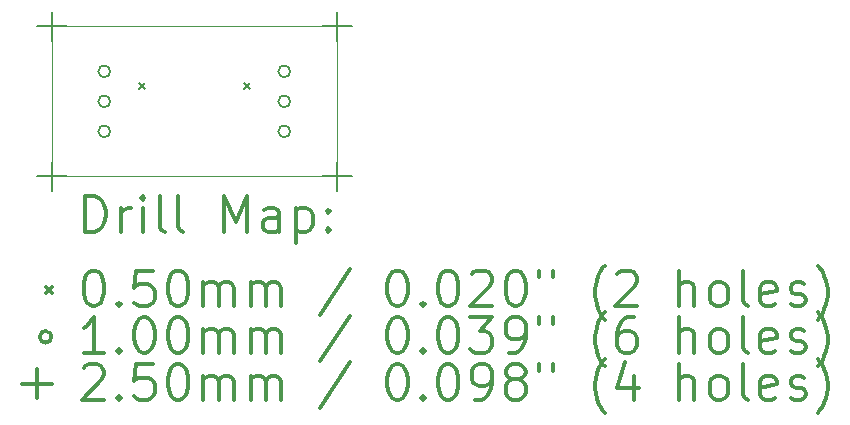
<source format=gbr>
%FSLAX45Y45*%
G04 Gerber Fmt 4.5, Leading zero omitted, Abs format (unit mm)*
G04 Created by KiCad (PCBNEW (5.1.7-0-10_14)) date 2020-10-07 21:58:24*
%MOMM*%
%LPD*%
G01*
G04 APERTURE LIST*
%TA.AperFunction,Profile*%
%ADD10C,0.050000*%
%TD*%
%ADD11C,0.200000*%
%ADD12C,0.300000*%
G04 APERTURE END LIST*
D10*
X13779500Y-8826500D02*
X13779500Y-7556500D01*
X16192500Y-8826500D02*
X13779500Y-8826500D01*
X16192500Y-7556500D02*
X16192500Y-8826500D01*
X13779500Y-7556500D02*
X16192500Y-7556500D01*
D11*
X14516500Y-8039500D02*
X14566500Y-8089500D01*
X14566500Y-8039500D02*
X14516500Y-8089500D01*
X15405500Y-8039500D02*
X15455500Y-8089500D01*
X15455500Y-8039500D02*
X15405500Y-8089500D01*
X15798000Y-7937500D02*
G75*
G03*
X15798000Y-7937500I-50000J0D01*
G01*
X15798000Y-8191500D02*
G75*
G03*
X15798000Y-8191500I-50000J0D01*
G01*
X15798000Y-8445500D02*
G75*
G03*
X15798000Y-8445500I-50000J0D01*
G01*
X14274000Y-7937500D02*
G75*
G03*
X14274000Y-7937500I-50000J0D01*
G01*
X14274000Y-8191500D02*
G75*
G03*
X14274000Y-8191500I-50000J0D01*
G01*
X14274000Y-8445500D02*
G75*
G03*
X14274000Y-8445500I-50000J0D01*
G01*
X16192500Y-8701500D02*
X16192500Y-8951500D01*
X16067500Y-8826500D02*
X16317500Y-8826500D01*
X16192500Y-7431500D02*
X16192500Y-7681500D01*
X16067500Y-7556500D02*
X16317500Y-7556500D01*
X13779500Y-7431500D02*
X13779500Y-7681500D01*
X13654500Y-7556500D02*
X13904500Y-7556500D01*
X13779500Y-8701500D02*
X13779500Y-8951500D01*
X13654500Y-8826500D02*
X13904500Y-8826500D01*
D12*
X14063428Y-9294714D02*
X14063428Y-8994714D01*
X14134857Y-8994714D01*
X14177714Y-9009000D01*
X14206286Y-9037572D01*
X14220571Y-9066143D01*
X14234857Y-9123286D01*
X14234857Y-9166143D01*
X14220571Y-9223286D01*
X14206286Y-9251857D01*
X14177714Y-9280429D01*
X14134857Y-9294714D01*
X14063428Y-9294714D01*
X14363428Y-9294714D02*
X14363428Y-9094714D01*
X14363428Y-9151857D02*
X14377714Y-9123286D01*
X14392000Y-9109000D01*
X14420571Y-9094714D01*
X14449143Y-9094714D01*
X14549143Y-9294714D02*
X14549143Y-9094714D01*
X14549143Y-8994714D02*
X14534857Y-9009000D01*
X14549143Y-9023286D01*
X14563428Y-9009000D01*
X14549143Y-8994714D01*
X14549143Y-9023286D01*
X14734857Y-9294714D02*
X14706286Y-9280429D01*
X14692000Y-9251857D01*
X14692000Y-8994714D01*
X14892000Y-9294714D02*
X14863428Y-9280429D01*
X14849143Y-9251857D01*
X14849143Y-8994714D01*
X15234857Y-9294714D02*
X15234857Y-8994714D01*
X15334857Y-9209000D01*
X15434857Y-8994714D01*
X15434857Y-9294714D01*
X15706286Y-9294714D02*
X15706286Y-9137572D01*
X15692000Y-9109000D01*
X15663428Y-9094714D01*
X15606286Y-9094714D01*
X15577714Y-9109000D01*
X15706286Y-9280429D02*
X15677714Y-9294714D01*
X15606286Y-9294714D01*
X15577714Y-9280429D01*
X15563428Y-9251857D01*
X15563428Y-9223286D01*
X15577714Y-9194714D01*
X15606286Y-9180429D01*
X15677714Y-9180429D01*
X15706286Y-9166143D01*
X15849143Y-9094714D02*
X15849143Y-9394714D01*
X15849143Y-9109000D02*
X15877714Y-9094714D01*
X15934857Y-9094714D01*
X15963428Y-9109000D01*
X15977714Y-9123286D01*
X15992000Y-9151857D01*
X15992000Y-9237572D01*
X15977714Y-9266143D01*
X15963428Y-9280429D01*
X15934857Y-9294714D01*
X15877714Y-9294714D01*
X15849143Y-9280429D01*
X16120571Y-9266143D02*
X16134857Y-9280429D01*
X16120571Y-9294714D01*
X16106286Y-9280429D01*
X16120571Y-9266143D01*
X16120571Y-9294714D01*
X16120571Y-9109000D02*
X16134857Y-9123286D01*
X16120571Y-9137572D01*
X16106286Y-9123286D01*
X16120571Y-9109000D01*
X16120571Y-9137572D01*
X13727000Y-9764000D02*
X13777000Y-9814000D01*
X13777000Y-9764000D02*
X13727000Y-9814000D01*
X14120571Y-9624714D02*
X14149143Y-9624714D01*
X14177714Y-9639000D01*
X14192000Y-9653286D01*
X14206286Y-9681857D01*
X14220571Y-9739000D01*
X14220571Y-9810429D01*
X14206286Y-9867572D01*
X14192000Y-9896143D01*
X14177714Y-9910429D01*
X14149143Y-9924714D01*
X14120571Y-9924714D01*
X14092000Y-9910429D01*
X14077714Y-9896143D01*
X14063428Y-9867572D01*
X14049143Y-9810429D01*
X14049143Y-9739000D01*
X14063428Y-9681857D01*
X14077714Y-9653286D01*
X14092000Y-9639000D01*
X14120571Y-9624714D01*
X14349143Y-9896143D02*
X14363428Y-9910429D01*
X14349143Y-9924714D01*
X14334857Y-9910429D01*
X14349143Y-9896143D01*
X14349143Y-9924714D01*
X14634857Y-9624714D02*
X14492000Y-9624714D01*
X14477714Y-9767572D01*
X14492000Y-9753286D01*
X14520571Y-9739000D01*
X14592000Y-9739000D01*
X14620571Y-9753286D01*
X14634857Y-9767572D01*
X14649143Y-9796143D01*
X14649143Y-9867572D01*
X14634857Y-9896143D01*
X14620571Y-9910429D01*
X14592000Y-9924714D01*
X14520571Y-9924714D01*
X14492000Y-9910429D01*
X14477714Y-9896143D01*
X14834857Y-9624714D02*
X14863428Y-9624714D01*
X14892000Y-9639000D01*
X14906286Y-9653286D01*
X14920571Y-9681857D01*
X14934857Y-9739000D01*
X14934857Y-9810429D01*
X14920571Y-9867572D01*
X14906286Y-9896143D01*
X14892000Y-9910429D01*
X14863428Y-9924714D01*
X14834857Y-9924714D01*
X14806286Y-9910429D01*
X14792000Y-9896143D01*
X14777714Y-9867572D01*
X14763428Y-9810429D01*
X14763428Y-9739000D01*
X14777714Y-9681857D01*
X14792000Y-9653286D01*
X14806286Y-9639000D01*
X14834857Y-9624714D01*
X15063428Y-9924714D02*
X15063428Y-9724714D01*
X15063428Y-9753286D02*
X15077714Y-9739000D01*
X15106286Y-9724714D01*
X15149143Y-9724714D01*
X15177714Y-9739000D01*
X15192000Y-9767572D01*
X15192000Y-9924714D01*
X15192000Y-9767572D02*
X15206286Y-9739000D01*
X15234857Y-9724714D01*
X15277714Y-9724714D01*
X15306286Y-9739000D01*
X15320571Y-9767572D01*
X15320571Y-9924714D01*
X15463428Y-9924714D02*
X15463428Y-9724714D01*
X15463428Y-9753286D02*
X15477714Y-9739000D01*
X15506286Y-9724714D01*
X15549143Y-9724714D01*
X15577714Y-9739000D01*
X15592000Y-9767572D01*
X15592000Y-9924714D01*
X15592000Y-9767572D02*
X15606286Y-9739000D01*
X15634857Y-9724714D01*
X15677714Y-9724714D01*
X15706286Y-9739000D01*
X15720571Y-9767572D01*
X15720571Y-9924714D01*
X16306286Y-9610429D02*
X16049143Y-9996143D01*
X16692000Y-9624714D02*
X16720571Y-9624714D01*
X16749143Y-9639000D01*
X16763428Y-9653286D01*
X16777714Y-9681857D01*
X16792000Y-9739000D01*
X16792000Y-9810429D01*
X16777714Y-9867572D01*
X16763428Y-9896143D01*
X16749143Y-9910429D01*
X16720571Y-9924714D01*
X16692000Y-9924714D01*
X16663428Y-9910429D01*
X16649143Y-9896143D01*
X16634857Y-9867572D01*
X16620571Y-9810429D01*
X16620571Y-9739000D01*
X16634857Y-9681857D01*
X16649143Y-9653286D01*
X16663428Y-9639000D01*
X16692000Y-9624714D01*
X16920571Y-9896143D02*
X16934857Y-9910429D01*
X16920571Y-9924714D01*
X16906286Y-9910429D01*
X16920571Y-9896143D01*
X16920571Y-9924714D01*
X17120571Y-9624714D02*
X17149143Y-9624714D01*
X17177714Y-9639000D01*
X17192000Y-9653286D01*
X17206286Y-9681857D01*
X17220571Y-9739000D01*
X17220571Y-9810429D01*
X17206286Y-9867572D01*
X17192000Y-9896143D01*
X17177714Y-9910429D01*
X17149143Y-9924714D01*
X17120571Y-9924714D01*
X17092000Y-9910429D01*
X17077714Y-9896143D01*
X17063428Y-9867572D01*
X17049143Y-9810429D01*
X17049143Y-9739000D01*
X17063428Y-9681857D01*
X17077714Y-9653286D01*
X17092000Y-9639000D01*
X17120571Y-9624714D01*
X17334857Y-9653286D02*
X17349143Y-9639000D01*
X17377714Y-9624714D01*
X17449143Y-9624714D01*
X17477714Y-9639000D01*
X17492000Y-9653286D01*
X17506286Y-9681857D01*
X17506286Y-9710429D01*
X17492000Y-9753286D01*
X17320571Y-9924714D01*
X17506286Y-9924714D01*
X17692000Y-9624714D02*
X17720571Y-9624714D01*
X17749143Y-9639000D01*
X17763428Y-9653286D01*
X17777714Y-9681857D01*
X17792000Y-9739000D01*
X17792000Y-9810429D01*
X17777714Y-9867572D01*
X17763428Y-9896143D01*
X17749143Y-9910429D01*
X17720571Y-9924714D01*
X17692000Y-9924714D01*
X17663428Y-9910429D01*
X17649143Y-9896143D01*
X17634857Y-9867572D01*
X17620571Y-9810429D01*
X17620571Y-9739000D01*
X17634857Y-9681857D01*
X17649143Y-9653286D01*
X17663428Y-9639000D01*
X17692000Y-9624714D01*
X17906286Y-9624714D02*
X17906286Y-9681857D01*
X18020571Y-9624714D02*
X18020571Y-9681857D01*
X18463428Y-10039000D02*
X18449143Y-10024714D01*
X18420571Y-9981857D01*
X18406286Y-9953286D01*
X18392000Y-9910429D01*
X18377714Y-9839000D01*
X18377714Y-9781857D01*
X18392000Y-9710429D01*
X18406286Y-9667572D01*
X18420571Y-9639000D01*
X18449143Y-9596143D01*
X18463428Y-9581857D01*
X18563428Y-9653286D02*
X18577714Y-9639000D01*
X18606286Y-9624714D01*
X18677714Y-9624714D01*
X18706286Y-9639000D01*
X18720571Y-9653286D01*
X18734857Y-9681857D01*
X18734857Y-9710429D01*
X18720571Y-9753286D01*
X18549143Y-9924714D01*
X18734857Y-9924714D01*
X19092000Y-9924714D02*
X19092000Y-9624714D01*
X19220571Y-9924714D02*
X19220571Y-9767572D01*
X19206286Y-9739000D01*
X19177714Y-9724714D01*
X19134857Y-9724714D01*
X19106286Y-9739000D01*
X19092000Y-9753286D01*
X19406286Y-9924714D02*
X19377714Y-9910429D01*
X19363428Y-9896143D01*
X19349143Y-9867572D01*
X19349143Y-9781857D01*
X19363428Y-9753286D01*
X19377714Y-9739000D01*
X19406286Y-9724714D01*
X19449143Y-9724714D01*
X19477714Y-9739000D01*
X19492000Y-9753286D01*
X19506286Y-9781857D01*
X19506286Y-9867572D01*
X19492000Y-9896143D01*
X19477714Y-9910429D01*
X19449143Y-9924714D01*
X19406286Y-9924714D01*
X19677714Y-9924714D02*
X19649143Y-9910429D01*
X19634857Y-9881857D01*
X19634857Y-9624714D01*
X19906286Y-9910429D02*
X19877714Y-9924714D01*
X19820571Y-9924714D01*
X19792000Y-9910429D01*
X19777714Y-9881857D01*
X19777714Y-9767572D01*
X19792000Y-9739000D01*
X19820571Y-9724714D01*
X19877714Y-9724714D01*
X19906286Y-9739000D01*
X19920571Y-9767572D01*
X19920571Y-9796143D01*
X19777714Y-9824714D01*
X20034857Y-9910429D02*
X20063428Y-9924714D01*
X20120571Y-9924714D01*
X20149143Y-9910429D01*
X20163428Y-9881857D01*
X20163428Y-9867572D01*
X20149143Y-9839000D01*
X20120571Y-9824714D01*
X20077714Y-9824714D01*
X20049143Y-9810429D01*
X20034857Y-9781857D01*
X20034857Y-9767572D01*
X20049143Y-9739000D01*
X20077714Y-9724714D01*
X20120571Y-9724714D01*
X20149143Y-9739000D01*
X20263428Y-10039000D02*
X20277714Y-10024714D01*
X20306286Y-9981857D01*
X20320571Y-9953286D01*
X20334857Y-9910429D01*
X20349143Y-9839000D01*
X20349143Y-9781857D01*
X20334857Y-9710429D01*
X20320571Y-9667572D01*
X20306286Y-9639000D01*
X20277714Y-9596143D01*
X20263428Y-9581857D01*
X13777000Y-10185000D02*
G75*
G03*
X13777000Y-10185000I-50000J0D01*
G01*
X14220571Y-10320714D02*
X14049143Y-10320714D01*
X14134857Y-10320714D02*
X14134857Y-10020714D01*
X14106286Y-10063572D01*
X14077714Y-10092143D01*
X14049143Y-10106429D01*
X14349143Y-10292143D02*
X14363428Y-10306429D01*
X14349143Y-10320714D01*
X14334857Y-10306429D01*
X14349143Y-10292143D01*
X14349143Y-10320714D01*
X14549143Y-10020714D02*
X14577714Y-10020714D01*
X14606286Y-10035000D01*
X14620571Y-10049286D01*
X14634857Y-10077857D01*
X14649143Y-10135000D01*
X14649143Y-10206429D01*
X14634857Y-10263572D01*
X14620571Y-10292143D01*
X14606286Y-10306429D01*
X14577714Y-10320714D01*
X14549143Y-10320714D01*
X14520571Y-10306429D01*
X14506286Y-10292143D01*
X14492000Y-10263572D01*
X14477714Y-10206429D01*
X14477714Y-10135000D01*
X14492000Y-10077857D01*
X14506286Y-10049286D01*
X14520571Y-10035000D01*
X14549143Y-10020714D01*
X14834857Y-10020714D02*
X14863428Y-10020714D01*
X14892000Y-10035000D01*
X14906286Y-10049286D01*
X14920571Y-10077857D01*
X14934857Y-10135000D01*
X14934857Y-10206429D01*
X14920571Y-10263572D01*
X14906286Y-10292143D01*
X14892000Y-10306429D01*
X14863428Y-10320714D01*
X14834857Y-10320714D01*
X14806286Y-10306429D01*
X14792000Y-10292143D01*
X14777714Y-10263572D01*
X14763428Y-10206429D01*
X14763428Y-10135000D01*
X14777714Y-10077857D01*
X14792000Y-10049286D01*
X14806286Y-10035000D01*
X14834857Y-10020714D01*
X15063428Y-10320714D02*
X15063428Y-10120714D01*
X15063428Y-10149286D02*
X15077714Y-10135000D01*
X15106286Y-10120714D01*
X15149143Y-10120714D01*
X15177714Y-10135000D01*
X15192000Y-10163572D01*
X15192000Y-10320714D01*
X15192000Y-10163572D02*
X15206286Y-10135000D01*
X15234857Y-10120714D01*
X15277714Y-10120714D01*
X15306286Y-10135000D01*
X15320571Y-10163572D01*
X15320571Y-10320714D01*
X15463428Y-10320714D02*
X15463428Y-10120714D01*
X15463428Y-10149286D02*
X15477714Y-10135000D01*
X15506286Y-10120714D01*
X15549143Y-10120714D01*
X15577714Y-10135000D01*
X15592000Y-10163572D01*
X15592000Y-10320714D01*
X15592000Y-10163572D02*
X15606286Y-10135000D01*
X15634857Y-10120714D01*
X15677714Y-10120714D01*
X15706286Y-10135000D01*
X15720571Y-10163572D01*
X15720571Y-10320714D01*
X16306286Y-10006429D02*
X16049143Y-10392143D01*
X16692000Y-10020714D02*
X16720571Y-10020714D01*
X16749143Y-10035000D01*
X16763428Y-10049286D01*
X16777714Y-10077857D01*
X16792000Y-10135000D01*
X16792000Y-10206429D01*
X16777714Y-10263572D01*
X16763428Y-10292143D01*
X16749143Y-10306429D01*
X16720571Y-10320714D01*
X16692000Y-10320714D01*
X16663428Y-10306429D01*
X16649143Y-10292143D01*
X16634857Y-10263572D01*
X16620571Y-10206429D01*
X16620571Y-10135000D01*
X16634857Y-10077857D01*
X16649143Y-10049286D01*
X16663428Y-10035000D01*
X16692000Y-10020714D01*
X16920571Y-10292143D02*
X16934857Y-10306429D01*
X16920571Y-10320714D01*
X16906286Y-10306429D01*
X16920571Y-10292143D01*
X16920571Y-10320714D01*
X17120571Y-10020714D02*
X17149143Y-10020714D01*
X17177714Y-10035000D01*
X17192000Y-10049286D01*
X17206286Y-10077857D01*
X17220571Y-10135000D01*
X17220571Y-10206429D01*
X17206286Y-10263572D01*
X17192000Y-10292143D01*
X17177714Y-10306429D01*
X17149143Y-10320714D01*
X17120571Y-10320714D01*
X17092000Y-10306429D01*
X17077714Y-10292143D01*
X17063428Y-10263572D01*
X17049143Y-10206429D01*
X17049143Y-10135000D01*
X17063428Y-10077857D01*
X17077714Y-10049286D01*
X17092000Y-10035000D01*
X17120571Y-10020714D01*
X17320571Y-10020714D02*
X17506286Y-10020714D01*
X17406286Y-10135000D01*
X17449143Y-10135000D01*
X17477714Y-10149286D01*
X17492000Y-10163572D01*
X17506286Y-10192143D01*
X17506286Y-10263572D01*
X17492000Y-10292143D01*
X17477714Y-10306429D01*
X17449143Y-10320714D01*
X17363428Y-10320714D01*
X17334857Y-10306429D01*
X17320571Y-10292143D01*
X17649143Y-10320714D02*
X17706286Y-10320714D01*
X17734857Y-10306429D01*
X17749143Y-10292143D01*
X17777714Y-10249286D01*
X17792000Y-10192143D01*
X17792000Y-10077857D01*
X17777714Y-10049286D01*
X17763428Y-10035000D01*
X17734857Y-10020714D01*
X17677714Y-10020714D01*
X17649143Y-10035000D01*
X17634857Y-10049286D01*
X17620571Y-10077857D01*
X17620571Y-10149286D01*
X17634857Y-10177857D01*
X17649143Y-10192143D01*
X17677714Y-10206429D01*
X17734857Y-10206429D01*
X17763428Y-10192143D01*
X17777714Y-10177857D01*
X17792000Y-10149286D01*
X17906286Y-10020714D02*
X17906286Y-10077857D01*
X18020571Y-10020714D02*
X18020571Y-10077857D01*
X18463428Y-10435000D02*
X18449143Y-10420714D01*
X18420571Y-10377857D01*
X18406286Y-10349286D01*
X18392000Y-10306429D01*
X18377714Y-10235000D01*
X18377714Y-10177857D01*
X18392000Y-10106429D01*
X18406286Y-10063572D01*
X18420571Y-10035000D01*
X18449143Y-9992143D01*
X18463428Y-9977857D01*
X18706286Y-10020714D02*
X18649143Y-10020714D01*
X18620571Y-10035000D01*
X18606286Y-10049286D01*
X18577714Y-10092143D01*
X18563428Y-10149286D01*
X18563428Y-10263572D01*
X18577714Y-10292143D01*
X18592000Y-10306429D01*
X18620571Y-10320714D01*
X18677714Y-10320714D01*
X18706286Y-10306429D01*
X18720571Y-10292143D01*
X18734857Y-10263572D01*
X18734857Y-10192143D01*
X18720571Y-10163572D01*
X18706286Y-10149286D01*
X18677714Y-10135000D01*
X18620571Y-10135000D01*
X18592000Y-10149286D01*
X18577714Y-10163572D01*
X18563428Y-10192143D01*
X19092000Y-10320714D02*
X19092000Y-10020714D01*
X19220571Y-10320714D02*
X19220571Y-10163572D01*
X19206286Y-10135000D01*
X19177714Y-10120714D01*
X19134857Y-10120714D01*
X19106286Y-10135000D01*
X19092000Y-10149286D01*
X19406286Y-10320714D02*
X19377714Y-10306429D01*
X19363428Y-10292143D01*
X19349143Y-10263572D01*
X19349143Y-10177857D01*
X19363428Y-10149286D01*
X19377714Y-10135000D01*
X19406286Y-10120714D01*
X19449143Y-10120714D01*
X19477714Y-10135000D01*
X19492000Y-10149286D01*
X19506286Y-10177857D01*
X19506286Y-10263572D01*
X19492000Y-10292143D01*
X19477714Y-10306429D01*
X19449143Y-10320714D01*
X19406286Y-10320714D01*
X19677714Y-10320714D02*
X19649143Y-10306429D01*
X19634857Y-10277857D01*
X19634857Y-10020714D01*
X19906286Y-10306429D02*
X19877714Y-10320714D01*
X19820571Y-10320714D01*
X19792000Y-10306429D01*
X19777714Y-10277857D01*
X19777714Y-10163572D01*
X19792000Y-10135000D01*
X19820571Y-10120714D01*
X19877714Y-10120714D01*
X19906286Y-10135000D01*
X19920571Y-10163572D01*
X19920571Y-10192143D01*
X19777714Y-10220714D01*
X20034857Y-10306429D02*
X20063428Y-10320714D01*
X20120571Y-10320714D01*
X20149143Y-10306429D01*
X20163428Y-10277857D01*
X20163428Y-10263572D01*
X20149143Y-10235000D01*
X20120571Y-10220714D01*
X20077714Y-10220714D01*
X20049143Y-10206429D01*
X20034857Y-10177857D01*
X20034857Y-10163572D01*
X20049143Y-10135000D01*
X20077714Y-10120714D01*
X20120571Y-10120714D01*
X20149143Y-10135000D01*
X20263428Y-10435000D02*
X20277714Y-10420714D01*
X20306286Y-10377857D01*
X20320571Y-10349286D01*
X20334857Y-10306429D01*
X20349143Y-10235000D01*
X20349143Y-10177857D01*
X20334857Y-10106429D01*
X20320571Y-10063572D01*
X20306286Y-10035000D01*
X20277714Y-9992143D01*
X20263428Y-9977857D01*
X13652000Y-10456000D02*
X13652000Y-10706000D01*
X13527000Y-10581000D02*
X13777000Y-10581000D01*
X14049143Y-10445286D02*
X14063428Y-10431000D01*
X14092000Y-10416714D01*
X14163428Y-10416714D01*
X14192000Y-10431000D01*
X14206286Y-10445286D01*
X14220571Y-10473857D01*
X14220571Y-10502429D01*
X14206286Y-10545286D01*
X14034857Y-10716714D01*
X14220571Y-10716714D01*
X14349143Y-10688143D02*
X14363428Y-10702429D01*
X14349143Y-10716714D01*
X14334857Y-10702429D01*
X14349143Y-10688143D01*
X14349143Y-10716714D01*
X14634857Y-10416714D02*
X14492000Y-10416714D01*
X14477714Y-10559572D01*
X14492000Y-10545286D01*
X14520571Y-10531000D01*
X14592000Y-10531000D01*
X14620571Y-10545286D01*
X14634857Y-10559572D01*
X14649143Y-10588143D01*
X14649143Y-10659572D01*
X14634857Y-10688143D01*
X14620571Y-10702429D01*
X14592000Y-10716714D01*
X14520571Y-10716714D01*
X14492000Y-10702429D01*
X14477714Y-10688143D01*
X14834857Y-10416714D02*
X14863428Y-10416714D01*
X14892000Y-10431000D01*
X14906286Y-10445286D01*
X14920571Y-10473857D01*
X14934857Y-10531000D01*
X14934857Y-10602429D01*
X14920571Y-10659572D01*
X14906286Y-10688143D01*
X14892000Y-10702429D01*
X14863428Y-10716714D01*
X14834857Y-10716714D01*
X14806286Y-10702429D01*
X14792000Y-10688143D01*
X14777714Y-10659572D01*
X14763428Y-10602429D01*
X14763428Y-10531000D01*
X14777714Y-10473857D01*
X14792000Y-10445286D01*
X14806286Y-10431000D01*
X14834857Y-10416714D01*
X15063428Y-10716714D02*
X15063428Y-10516714D01*
X15063428Y-10545286D02*
X15077714Y-10531000D01*
X15106286Y-10516714D01*
X15149143Y-10516714D01*
X15177714Y-10531000D01*
X15192000Y-10559572D01*
X15192000Y-10716714D01*
X15192000Y-10559572D02*
X15206286Y-10531000D01*
X15234857Y-10516714D01*
X15277714Y-10516714D01*
X15306286Y-10531000D01*
X15320571Y-10559572D01*
X15320571Y-10716714D01*
X15463428Y-10716714D02*
X15463428Y-10516714D01*
X15463428Y-10545286D02*
X15477714Y-10531000D01*
X15506286Y-10516714D01*
X15549143Y-10516714D01*
X15577714Y-10531000D01*
X15592000Y-10559572D01*
X15592000Y-10716714D01*
X15592000Y-10559572D02*
X15606286Y-10531000D01*
X15634857Y-10516714D01*
X15677714Y-10516714D01*
X15706286Y-10531000D01*
X15720571Y-10559572D01*
X15720571Y-10716714D01*
X16306286Y-10402429D02*
X16049143Y-10788143D01*
X16692000Y-10416714D02*
X16720571Y-10416714D01*
X16749143Y-10431000D01*
X16763428Y-10445286D01*
X16777714Y-10473857D01*
X16792000Y-10531000D01*
X16792000Y-10602429D01*
X16777714Y-10659572D01*
X16763428Y-10688143D01*
X16749143Y-10702429D01*
X16720571Y-10716714D01*
X16692000Y-10716714D01*
X16663428Y-10702429D01*
X16649143Y-10688143D01*
X16634857Y-10659572D01*
X16620571Y-10602429D01*
X16620571Y-10531000D01*
X16634857Y-10473857D01*
X16649143Y-10445286D01*
X16663428Y-10431000D01*
X16692000Y-10416714D01*
X16920571Y-10688143D02*
X16934857Y-10702429D01*
X16920571Y-10716714D01*
X16906286Y-10702429D01*
X16920571Y-10688143D01*
X16920571Y-10716714D01*
X17120571Y-10416714D02*
X17149143Y-10416714D01*
X17177714Y-10431000D01*
X17192000Y-10445286D01*
X17206286Y-10473857D01*
X17220571Y-10531000D01*
X17220571Y-10602429D01*
X17206286Y-10659572D01*
X17192000Y-10688143D01*
X17177714Y-10702429D01*
X17149143Y-10716714D01*
X17120571Y-10716714D01*
X17092000Y-10702429D01*
X17077714Y-10688143D01*
X17063428Y-10659572D01*
X17049143Y-10602429D01*
X17049143Y-10531000D01*
X17063428Y-10473857D01*
X17077714Y-10445286D01*
X17092000Y-10431000D01*
X17120571Y-10416714D01*
X17363428Y-10716714D02*
X17420571Y-10716714D01*
X17449143Y-10702429D01*
X17463428Y-10688143D01*
X17492000Y-10645286D01*
X17506286Y-10588143D01*
X17506286Y-10473857D01*
X17492000Y-10445286D01*
X17477714Y-10431000D01*
X17449143Y-10416714D01*
X17392000Y-10416714D01*
X17363428Y-10431000D01*
X17349143Y-10445286D01*
X17334857Y-10473857D01*
X17334857Y-10545286D01*
X17349143Y-10573857D01*
X17363428Y-10588143D01*
X17392000Y-10602429D01*
X17449143Y-10602429D01*
X17477714Y-10588143D01*
X17492000Y-10573857D01*
X17506286Y-10545286D01*
X17677714Y-10545286D02*
X17649143Y-10531000D01*
X17634857Y-10516714D01*
X17620571Y-10488143D01*
X17620571Y-10473857D01*
X17634857Y-10445286D01*
X17649143Y-10431000D01*
X17677714Y-10416714D01*
X17734857Y-10416714D01*
X17763428Y-10431000D01*
X17777714Y-10445286D01*
X17792000Y-10473857D01*
X17792000Y-10488143D01*
X17777714Y-10516714D01*
X17763428Y-10531000D01*
X17734857Y-10545286D01*
X17677714Y-10545286D01*
X17649143Y-10559572D01*
X17634857Y-10573857D01*
X17620571Y-10602429D01*
X17620571Y-10659572D01*
X17634857Y-10688143D01*
X17649143Y-10702429D01*
X17677714Y-10716714D01*
X17734857Y-10716714D01*
X17763428Y-10702429D01*
X17777714Y-10688143D01*
X17792000Y-10659572D01*
X17792000Y-10602429D01*
X17777714Y-10573857D01*
X17763428Y-10559572D01*
X17734857Y-10545286D01*
X17906286Y-10416714D02*
X17906286Y-10473857D01*
X18020571Y-10416714D02*
X18020571Y-10473857D01*
X18463428Y-10831000D02*
X18449143Y-10816714D01*
X18420571Y-10773857D01*
X18406286Y-10745286D01*
X18392000Y-10702429D01*
X18377714Y-10631000D01*
X18377714Y-10573857D01*
X18392000Y-10502429D01*
X18406286Y-10459572D01*
X18420571Y-10431000D01*
X18449143Y-10388143D01*
X18463428Y-10373857D01*
X18706286Y-10516714D02*
X18706286Y-10716714D01*
X18634857Y-10402429D02*
X18563428Y-10616714D01*
X18749143Y-10616714D01*
X19092000Y-10716714D02*
X19092000Y-10416714D01*
X19220571Y-10716714D02*
X19220571Y-10559572D01*
X19206286Y-10531000D01*
X19177714Y-10516714D01*
X19134857Y-10516714D01*
X19106286Y-10531000D01*
X19092000Y-10545286D01*
X19406286Y-10716714D02*
X19377714Y-10702429D01*
X19363428Y-10688143D01*
X19349143Y-10659572D01*
X19349143Y-10573857D01*
X19363428Y-10545286D01*
X19377714Y-10531000D01*
X19406286Y-10516714D01*
X19449143Y-10516714D01*
X19477714Y-10531000D01*
X19492000Y-10545286D01*
X19506286Y-10573857D01*
X19506286Y-10659572D01*
X19492000Y-10688143D01*
X19477714Y-10702429D01*
X19449143Y-10716714D01*
X19406286Y-10716714D01*
X19677714Y-10716714D02*
X19649143Y-10702429D01*
X19634857Y-10673857D01*
X19634857Y-10416714D01*
X19906286Y-10702429D02*
X19877714Y-10716714D01*
X19820571Y-10716714D01*
X19792000Y-10702429D01*
X19777714Y-10673857D01*
X19777714Y-10559572D01*
X19792000Y-10531000D01*
X19820571Y-10516714D01*
X19877714Y-10516714D01*
X19906286Y-10531000D01*
X19920571Y-10559572D01*
X19920571Y-10588143D01*
X19777714Y-10616714D01*
X20034857Y-10702429D02*
X20063428Y-10716714D01*
X20120571Y-10716714D01*
X20149143Y-10702429D01*
X20163428Y-10673857D01*
X20163428Y-10659572D01*
X20149143Y-10631000D01*
X20120571Y-10616714D01*
X20077714Y-10616714D01*
X20049143Y-10602429D01*
X20034857Y-10573857D01*
X20034857Y-10559572D01*
X20049143Y-10531000D01*
X20077714Y-10516714D01*
X20120571Y-10516714D01*
X20149143Y-10531000D01*
X20263428Y-10831000D02*
X20277714Y-10816714D01*
X20306286Y-10773857D01*
X20320571Y-10745286D01*
X20334857Y-10702429D01*
X20349143Y-10631000D01*
X20349143Y-10573857D01*
X20334857Y-10502429D01*
X20320571Y-10459572D01*
X20306286Y-10431000D01*
X20277714Y-10388143D01*
X20263428Y-10373857D01*
M02*

</source>
